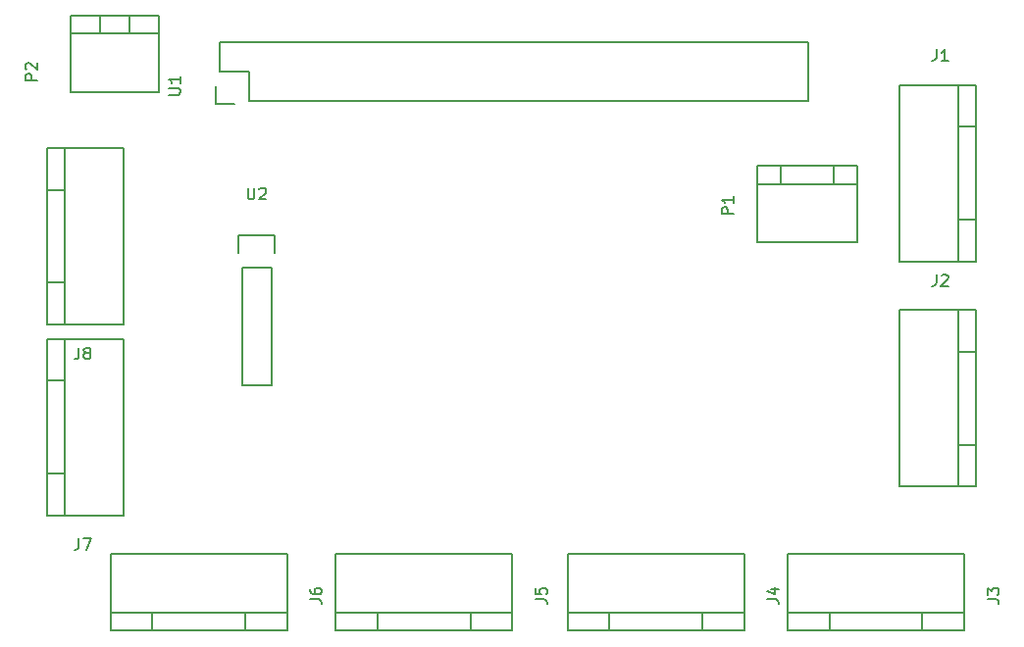
<source format=gto>
G04 #@! TF.FileFunction,Legend,Top*
%FSLAX46Y46*%
G04 Gerber Fmt 4.6, Leading zero omitted, Abs format (unit mm)*
G04 Created by KiCad (PCBNEW 4.0.2+dfsg1-stable) date Thu 29 Mar 2018 09:38:32 PM EDT*
%MOMM*%
G01*
G04 APERTURE LIST*
%ADD10C,0.100000*%
%ADD11C,0.150000*%
G04 APERTURE END LIST*
D10*
D11*
X71840000Y-87460000D02*
X71840000Y-94060000D01*
X87080000Y-87460000D02*
X87080000Y-94060000D01*
X87080000Y-94060000D02*
X71840000Y-94060000D01*
X75460000Y-92540000D02*
X75460000Y-94060000D01*
X83460000Y-92540000D02*
X83460000Y-94060000D01*
X85810000Y-92540000D02*
X87080000Y-92540000D01*
X85810000Y-87460000D02*
X87080000Y-87460000D01*
X73110000Y-87460000D02*
X71840000Y-87460000D01*
X73110000Y-92540000D02*
X71840000Y-92540000D01*
X83270000Y-87460000D02*
X85810000Y-87460000D01*
X85810000Y-92540000D02*
X83270000Y-92540000D01*
X83270000Y-92540000D02*
X73110000Y-92540000D01*
X73110000Y-87460000D02*
X83270000Y-87460000D01*
X33540000Y-68840000D02*
X26940000Y-68840000D01*
X33540000Y-84080000D02*
X26940000Y-84080000D01*
X26940000Y-84080000D02*
X26940000Y-68840000D01*
X28460000Y-72460000D02*
X26940000Y-72460000D01*
X28460000Y-80460000D02*
X26940000Y-80460000D01*
X28460000Y-82810000D02*
X28460000Y-84080000D01*
X33540000Y-82810000D02*
X33540000Y-84080000D01*
X33540000Y-70110000D02*
X33540000Y-68840000D01*
X28460000Y-70110000D02*
X28460000Y-68840000D01*
X33540000Y-80270000D02*
X33540000Y-82810000D01*
X28460000Y-82810000D02*
X28460000Y-80270000D01*
X28460000Y-80270000D02*
X28460000Y-70110000D01*
X33540000Y-70110000D02*
X33540000Y-80270000D01*
X100460000Y-62160000D02*
X107060000Y-62160000D01*
X100460000Y-46920000D02*
X107060000Y-46920000D01*
X107060000Y-46920000D02*
X107060000Y-62160000D01*
X105540000Y-58540000D02*
X107060000Y-58540000D01*
X105540000Y-50540000D02*
X107060000Y-50540000D01*
X105540000Y-48190000D02*
X105540000Y-46920000D01*
X100460000Y-48190000D02*
X100460000Y-46920000D01*
X100460000Y-60890000D02*
X100460000Y-62160000D01*
X105540000Y-60890000D02*
X105540000Y-62160000D01*
X100460000Y-50730000D02*
X100460000Y-48190000D01*
X105540000Y-48190000D02*
X105540000Y-50730000D01*
X105540000Y-50730000D02*
X105540000Y-60890000D01*
X100460000Y-60890000D02*
X100460000Y-50730000D01*
X100460000Y-81620000D02*
X107060000Y-81620000D01*
X100460000Y-66380000D02*
X107060000Y-66380000D01*
X107060000Y-66380000D02*
X107060000Y-81620000D01*
X105540000Y-78000000D02*
X107060000Y-78000000D01*
X105540000Y-70000000D02*
X107060000Y-70000000D01*
X105540000Y-67650000D02*
X105540000Y-66380000D01*
X100460000Y-67650000D02*
X100460000Y-66380000D01*
X100460000Y-80350000D02*
X100460000Y-81620000D01*
X105540000Y-80350000D02*
X105540000Y-81620000D01*
X100460000Y-70190000D02*
X100460000Y-67650000D01*
X105540000Y-67650000D02*
X105540000Y-70190000D01*
X105540000Y-70190000D02*
X105540000Y-80350000D01*
X100460000Y-80350000D02*
X100460000Y-70190000D01*
X90840000Y-87460000D02*
X90840000Y-94060000D01*
X106080000Y-87460000D02*
X106080000Y-94060000D01*
X106080000Y-94060000D02*
X90840000Y-94060000D01*
X94460000Y-92540000D02*
X94460000Y-94060000D01*
X102460000Y-92540000D02*
X102460000Y-94060000D01*
X104810000Y-92540000D02*
X106080000Y-92540000D01*
X104810000Y-87460000D02*
X106080000Y-87460000D01*
X92110000Y-87460000D02*
X90840000Y-87460000D01*
X92110000Y-92540000D02*
X90840000Y-92540000D01*
X102270000Y-87460000D02*
X104810000Y-87460000D01*
X104810000Y-92540000D02*
X102270000Y-92540000D01*
X102270000Y-92540000D02*
X92110000Y-92540000D01*
X92110000Y-87460000D02*
X102270000Y-87460000D01*
X51840000Y-87460000D02*
X51840000Y-94060000D01*
X67080000Y-87460000D02*
X67080000Y-94060000D01*
X67080000Y-94060000D02*
X51840000Y-94060000D01*
X55460000Y-92540000D02*
X55460000Y-94060000D01*
X63460000Y-92540000D02*
X63460000Y-94060000D01*
X65810000Y-92540000D02*
X67080000Y-92540000D01*
X65810000Y-87460000D02*
X67080000Y-87460000D01*
X53110000Y-87460000D02*
X51840000Y-87460000D01*
X53110000Y-92540000D02*
X51840000Y-92540000D01*
X63270000Y-87460000D02*
X65810000Y-87460000D01*
X65810000Y-92540000D02*
X63270000Y-92540000D01*
X63270000Y-92540000D02*
X53110000Y-92540000D01*
X53110000Y-87460000D02*
X63270000Y-87460000D01*
X32380000Y-87460000D02*
X32380000Y-94060000D01*
X47620000Y-87460000D02*
X47620000Y-94060000D01*
X47620000Y-94060000D02*
X32380000Y-94060000D01*
X36000000Y-92540000D02*
X36000000Y-94060000D01*
X44000000Y-92540000D02*
X44000000Y-94060000D01*
X46350000Y-92540000D02*
X47620000Y-92540000D01*
X46350000Y-87460000D02*
X47620000Y-87460000D01*
X33650000Y-87460000D02*
X32380000Y-87460000D01*
X33650000Y-92540000D02*
X32380000Y-92540000D01*
X43810000Y-87460000D02*
X46350000Y-87460000D01*
X46350000Y-92540000D02*
X43810000Y-92540000D01*
X43810000Y-92540000D02*
X33650000Y-92540000D01*
X33650000Y-87460000D02*
X43810000Y-87460000D01*
X33540000Y-52380000D02*
X26940000Y-52380000D01*
X33540000Y-67620000D02*
X26940000Y-67620000D01*
X26940000Y-67620000D02*
X26940000Y-52380000D01*
X28460000Y-56000000D02*
X26940000Y-56000000D01*
X28460000Y-64000000D02*
X26940000Y-64000000D01*
X28460000Y-66350000D02*
X28460000Y-67620000D01*
X33540000Y-66350000D02*
X33540000Y-67620000D01*
X33540000Y-53650000D02*
X33540000Y-52380000D01*
X28460000Y-53650000D02*
X28460000Y-52380000D01*
X33540000Y-63810000D02*
X33540000Y-66350000D01*
X28460000Y-66350000D02*
X28460000Y-63810000D01*
X28460000Y-63810000D02*
X28460000Y-53650000D01*
X33540000Y-53650000D02*
X33540000Y-63810000D01*
X34000000Y-42460000D02*
X34000000Y-40940000D01*
X31460000Y-42460000D02*
X31460000Y-40940000D01*
X28920000Y-42460000D02*
X36540000Y-42460000D01*
X28920000Y-40940000D02*
X36540000Y-40940000D01*
X36540000Y-47540000D02*
X36540000Y-40940000D01*
X28920000Y-47540000D02*
X36540000Y-47540000D01*
X28920000Y-47540000D02*
X28920000Y-40940000D01*
X92590000Y-43190000D02*
X41790000Y-43190000D01*
X44330000Y-48270000D02*
X92590000Y-48270000D01*
X92590000Y-43190000D02*
X92590000Y-48270000D01*
X41790000Y-43190000D02*
X41790000Y-45730000D01*
X41510000Y-47000000D02*
X41510000Y-48550000D01*
X41790000Y-45730000D02*
X44330000Y-45730000D01*
X44330000Y-45730000D02*
X44330000Y-48270000D01*
X41510000Y-48550000D02*
X43060000Y-48550000D01*
X88222000Y-60500000D02*
X96858000Y-60500000D01*
X88222000Y-53900000D02*
X96858000Y-53900000D01*
X94826000Y-55500000D02*
X94826000Y-53900000D01*
X90254000Y-55500000D02*
X90254000Y-53900000D01*
X96858000Y-55500000D02*
X88222000Y-55500000D01*
X96858000Y-60500000D02*
X96858000Y-53900000D01*
X88222000Y-60500000D02*
X88222000Y-53900000D01*
X43450000Y-61460000D02*
X43450000Y-59910000D01*
X43450000Y-59910000D02*
X46550000Y-59910000D01*
X46550000Y-59910000D02*
X46550000Y-61460000D01*
X46270000Y-62730000D02*
X46270000Y-72890000D01*
X46270000Y-72890000D02*
X43730000Y-72890000D01*
X43730000Y-72890000D02*
X43730000Y-62730000D01*
X46270000Y-62730000D02*
X43730000Y-62730000D01*
X89072381Y-91349333D02*
X89786667Y-91349333D01*
X89929524Y-91396953D01*
X90024762Y-91492191D01*
X90072381Y-91635048D01*
X90072381Y-91730286D01*
X89405714Y-90444571D02*
X90072381Y-90444571D01*
X89024762Y-90682667D02*
X89739048Y-90920762D01*
X89739048Y-90301714D01*
X29650667Y-86072381D02*
X29650667Y-86786667D01*
X29603047Y-86929524D01*
X29507809Y-87024762D01*
X29364952Y-87072381D01*
X29269714Y-87072381D01*
X30031619Y-86072381D02*
X30698286Y-86072381D01*
X30269714Y-87072381D01*
X103682667Y-43832381D02*
X103682667Y-44546667D01*
X103635047Y-44689524D01*
X103539809Y-44784762D01*
X103396952Y-44832381D01*
X103301714Y-44832381D01*
X104682667Y-44832381D02*
X104111238Y-44832381D01*
X104396952Y-44832381D02*
X104396952Y-43832381D01*
X104301714Y-43975238D01*
X104206476Y-44070476D01*
X104111238Y-44118095D01*
X103682667Y-63292381D02*
X103682667Y-64006667D01*
X103635047Y-64149524D01*
X103539809Y-64244762D01*
X103396952Y-64292381D01*
X103301714Y-64292381D01*
X104111238Y-63387619D02*
X104158857Y-63340000D01*
X104254095Y-63292381D01*
X104492191Y-63292381D01*
X104587429Y-63340000D01*
X104635048Y-63387619D01*
X104682667Y-63482857D01*
X104682667Y-63578095D01*
X104635048Y-63720952D01*
X104063619Y-64292381D01*
X104682667Y-64292381D01*
X108072381Y-91349333D02*
X108786667Y-91349333D01*
X108929524Y-91396953D01*
X109024762Y-91492191D01*
X109072381Y-91635048D01*
X109072381Y-91730286D01*
X108072381Y-90968381D02*
X108072381Y-90349333D01*
X108453333Y-90682667D01*
X108453333Y-90539809D01*
X108500952Y-90444571D01*
X108548571Y-90396952D01*
X108643810Y-90349333D01*
X108881905Y-90349333D01*
X108977143Y-90396952D01*
X109024762Y-90444571D01*
X109072381Y-90539809D01*
X109072381Y-90825524D01*
X109024762Y-90920762D01*
X108977143Y-90968381D01*
X69072381Y-91349333D02*
X69786667Y-91349333D01*
X69929524Y-91396953D01*
X70024762Y-91492191D01*
X70072381Y-91635048D01*
X70072381Y-91730286D01*
X69072381Y-90396952D02*
X69072381Y-90873143D01*
X69548571Y-90920762D01*
X69500952Y-90873143D01*
X69453333Y-90777905D01*
X69453333Y-90539809D01*
X69500952Y-90444571D01*
X69548571Y-90396952D01*
X69643810Y-90349333D01*
X69881905Y-90349333D01*
X69977143Y-90396952D01*
X70024762Y-90444571D01*
X70072381Y-90539809D01*
X70072381Y-90777905D01*
X70024762Y-90873143D01*
X69977143Y-90920762D01*
X49612381Y-91349333D02*
X50326667Y-91349333D01*
X50469524Y-91396953D01*
X50564762Y-91492191D01*
X50612381Y-91635048D01*
X50612381Y-91730286D01*
X49612381Y-90444571D02*
X49612381Y-90635048D01*
X49660000Y-90730286D01*
X49707619Y-90777905D01*
X49850476Y-90873143D01*
X50040952Y-90920762D01*
X50421905Y-90920762D01*
X50517143Y-90873143D01*
X50564762Y-90825524D01*
X50612381Y-90730286D01*
X50612381Y-90539809D01*
X50564762Y-90444571D01*
X50517143Y-90396952D01*
X50421905Y-90349333D01*
X50183810Y-90349333D01*
X50088571Y-90396952D01*
X50040952Y-90444571D01*
X49993333Y-90539809D01*
X49993333Y-90730286D01*
X50040952Y-90825524D01*
X50088571Y-90873143D01*
X50183810Y-90920762D01*
X29650667Y-69612381D02*
X29650667Y-70326667D01*
X29603047Y-70469524D01*
X29507809Y-70564762D01*
X29364952Y-70612381D01*
X29269714Y-70612381D01*
X30269714Y-70040952D02*
X30174476Y-69993333D01*
X30126857Y-69945714D01*
X30079238Y-69850476D01*
X30079238Y-69802857D01*
X30126857Y-69707619D01*
X30174476Y-69660000D01*
X30269714Y-69612381D01*
X30460191Y-69612381D01*
X30555429Y-69660000D01*
X30603048Y-69707619D01*
X30650667Y-69802857D01*
X30650667Y-69850476D01*
X30603048Y-69945714D01*
X30555429Y-69993333D01*
X30460191Y-70040952D01*
X30269714Y-70040952D01*
X30174476Y-70088571D01*
X30126857Y-70136190D01*
X30079238Y-70231429D01*
X30079238Y-70421905D01*
X30126857Y-70517143D01*
X30174476Y-70564762D01*
X30269714Y-70612381D01*
X30460191Y-70612381D01*
X30555429Y-70564762D01*
X30603048Y-70517143D01*
X30650667Y-70421905D01*
X30650667Y-70231429D01*
X30603048Y-70136190D01*
X30555429Y-70088571D01*
X30460191Y-70040952D01*
X26024981Y-46525495D02*
X25024981Y-46525495D01*
X25024981Y-46144542D01*
X25072600Y-46049304D01*
X25120219Y-46001685D01*
X25215457Y-45954066D01*
X25358314Y-45954066D01*
X25453552Y-46001685D01*
X25501171Y-46049304D01*
X25548790Y-46144542D01*
X25548790Y-46525495D01*
X25120219Y-45573114D02*
X25072600Y-45525495D01*
X25024981Y-45430257D01*
X25024981Y-45192161D01*
X25072600Y-45096923D01*
X25120219Y-45049304D01*
X25215457Y-45001685D01*
X25310695Y-45001685D01*
X25453552Y-45049304D01*
X26024981Y-45620733D01*
X26024981Y-45001685D01*
X37412381Y-47761905D02*
X38221905Y-47761905D01*
X38317143Y-47714286D01*
X38364762Y-47666667D01*
X38412381Y-47571429D01*
X38412381Y-47380952D01*
X38364762Y-47285714D01*
X38317143Y-47238095D01*
X38221905Y-47190476D01*
X37412381Y-47190476D01*
X38412381Y-46190476D02*
X38412381Y-46761905D01*
X38412381Y-46476191D02*
X37412381Y-46476191D01*
X37555238Y-46571429D01*
X37650476Y-46666667D01*
X37698095Y-46761905D01*
X86134381Y-58063095D02*
X85134381Y-58063095D01*
X85134381Y-57682142D01*
X85182000Y-57586904D01*
X85229619Y-57539285D01*
X85324857Y-57491666D01*
X85467714Y-57491666D01*
X85562952Y-57539285D01*
X85610571Y-57586904D01*
X85658190Y-57682142D01*
X85658190Y-58063095D01*
X86134381Y-56539285D02*
X86134381Y-57110714D01*
X86134381Y-56825000D02*
X85134381Y-56825000D01*
X85277238Y-56920238D01*
X85372476Y-57015476D01*
X85420095Y-57110714D01*
X44238095Y-55812381D02*
X44238095Y-56621905D01*
X44285714Y-56717143D01*
X44333333Y-56764762D01*
X44428571Y-56812381D01*
X44619048Y-56812381D01*
X44714286Y-56764762D01*
X44761905Y-56717143D01*
X44809524Y-56621905D01*
X44809524Y-55812381D01*
X45238095Y-55907619D02*
X45285714Y-55860000D01*
X45380952Y-55812381D01*
X45619048Y-55812381D01*
X45714286Y-55860000D01*
X45761905Y-55907619D01*
X45809524Y-56002857D01*
X45809524Y-56098095D01*
X45761905Y-56240952D01*
X45190476Y-56812381D01*
X45809524Y-56812381D01*
M02*

</source>
